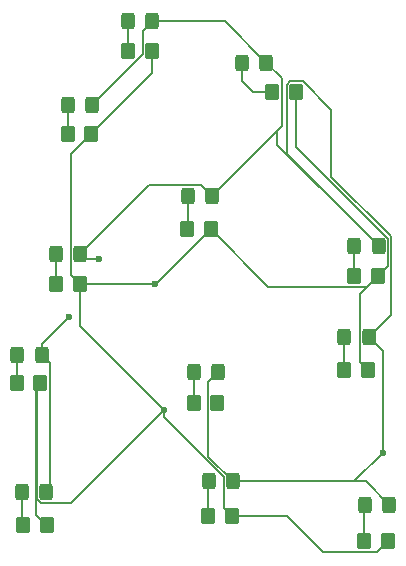
<source format=gtl>
G04 #@! TF.GenerationSoftware,KiCad,Pcbnew,7.0.1-0*
G04 #@! TF.CreationDate,2023-08-21T12:14:01+02:00*
G04 #@! TF.ProjectId,ghost,67686f73-742e-46b6-9963-61645f706362,rev?*
G04 #@! TF.SameCoordinates,Original*
G04 #@! TF.FileFunction,Copper,L1,Top*
G04 #@! TF.FilePolarity,Positive*
%FSLAX46Y46*%
G04 Gerber Fmt 4.6, Leading zero omitted, Abs format (unit mm)*
G04 Created by KiCad (PCBNEW 7.0.1-0) date 2023-08-21 12:14:01*
%MOMM*%
%LPD*%
G01*
G04 APERTURE LIST*
G04 Aperture macros list*
%AMRoundRect*
0 Rectangle with rounded corners*
0 $1 Rounding radius*
0 $2 $3 $4 $5 $6 $7 $8 $9 X,Y pos of 4 corners*
0 Add a 4 corners polygon primitive as box body*
4,1,4,$2,$3,$4,$5,$6,$7,$8,$9,$2,$3,0*
0 Add four circle primitives for the rounded corners*
1,1,$1+$1,$2,$3*
1,1,$1+$1,$4,$5*
1,1,$1+$1,$6,$7*
1,1,$1+$1,$8,$9*
0 Add four rect primitives between the rounded corners*
20,1,$1+$1,$2,$3,$4,$5,0*
20,1,$1+$1,$4,$5,$6,$7,0*
20,1,$1+$1,$6,$7,$8,$9,0*
20,1,$1+$1,$8,$9,$2,$3,0*%
G04 Aperture macros list end*
G04 #@! TA.AperFunction,SMDPad,CuDef*
%ADD10RoundRect,0.250000X-0.325000X-0.450000X0.325000X-0.450000X0.325000X0.450000X-0.325000X0.450000X0*%
G04 #@! TD*
G04 #@! TA.AperFunction,SMDPad,CuDef*
%ADD11RoundRect,0.250000X-0.350000X-0.450000X0.350000X-0.450000X0.350000X0.450000X-0.350000X0.450000X0*%
G04 #@! TD*
G04 #@! TA.AperFunction,ViaPad*
%ADD12C,0.600000*%
G04 #@! TD*
G04 #@! TA.AperFunction,Conductor*
%ADD13C,0.127000*%
G04 #@! TD*
G04 APERTURE END LIST*
D10*
X136815000Y-112160000D03*
X138865000Y-112160000D03*
X136397500Y-100560000D03*
X138447500Y-100560000D03*
D11*
X153330000Y-104620000D03*
X151330000Y-104620000D03*
X164090000Y-101850000D03*
X166090000Y-101850000D03*
X136880000Y-114980000D03*
X138880000Y-114980000D03*
D10*
X145785000Y-72320000D03*
X147835000Y-72320000D03*
D11*
X139700000Y-94580000D03*
X141700000Y-94580000D03*
X140670000Y-81850000D03*
X142670000Y-81850000D03*
X164920000Y-93860000D03*
X166920000Y-93860000D03*
D10*
X151365000Y-101980000D03*
X153415000Y-101980000D03*
D11*
X157980000Y-78330000D03*
X159980000Y-78330000D03*
D10*
X164087500Y-99020000D03*
X166137500Y-99020000D03*
X155437500Y-75820000D03*
X157487500Y-75820000D03*
X152597500Y-111280000D03*
X154647500Y-111280000D03*
D11*
X152570000Y-114180000D03*
X154570000Y-114180000D03*
X150780000Y-89940000D03*
X152780000Y-89940000D03*
D10*
X164935000Y-91360000D03*
X166985000Y-91360000D03*
X139655000Y-92020000D03*
X141705000Y-92020000D03*
D11*
X136350000Y-102970000D03*
X138350000Y-102970000D03*
X165770000Y-116290000D03*
X167770000Y-116290000D03*
D10*
X140667500Y-79430000D03*
X142717500Y-79430000D03*
D11*
X145810000Y-74850000D03*
X147810000Y-74850000D03*
D10*
X150815000Y-87090000D03*
X152865000Y-87090000D03*
X165837500Y-113250000D03*
X167887500Y-113250000D03*
D12*
X148080000Y-94580000D03*
X153340000Y-104630000D03*
X148780000Y-105230000D03*
X140770000Y-97360000D03*
X167345000Y-108830000D03*
X143320000Y-92440000D03*
D13*
X147810000Y-76710000D02*
X142670000Y-81850000D01*
X167770000Y-116290000D02*
X166827675Y-117232325D01*
X140920000Y-113090000D02*
X148780000Y-105230000D01*
X140939500Y-83580500D02*
X142670000Y-81850000D01*
X166827675Y-117232325D02*
X162260086Y-117232325D01*
X138880000Y-114980000D02*
X137989500Y-114089500D01*
X162260086Y-117232325D02*
X159207761Y-114180000D01*
X153882000Y-110902000D02*
X148780000Y-105800000D01*
X141700000Y-94580000D02*
X141700000Y-98150000D01*
X141700000Y-98150000D02*
X148780000Y-105230000D01*
X167750500Y-90727539D02*
X167750500Y-93029500D01*
X140939500Y-93819500D02*
X140939500Y-83580500D01*
X167750500Y-93029500D02*
X166920000Y-93860000D01*
X152780000Y-89940000D02*
X148140000Y-94580000D01*
X165990000Y-94790000D02*
X166920000Y-93860000D01*
X138350000Y-102970000D02*
X138099500Y-103220500D01*
X152780000Y-89940000D02*
X157630000Y-94790000D01*
X157630000Y-94790000D02*
X165990000Y-94790000D01*
X137989500Y-103330500D02*
X138350000Y-102970000D01*
X147810000Y-74850000D02*
X147810000Y-76710000D01*
X159980000Y-78330000D02*
X159980000Y-82957039D01*
X141700000Y-94580000D02*
X140939500Y-93819500D01*
X148140000Y-94580000D02*
X148080000Y-94580000D01*
X138099500Y-103220500D02*
X138099500Y-112792461D01*
X165372000Y-95408000D02*
X165990000Y-94790000D01*
X137989500Y-114089500D02*
X137989500Y-103330500D01*
X138099500Y-112792461D02*
X138397039Y-113090000D01*
X159207761Y-114180000D02*
X154570000Y-114180000D01*
X165372000Y-101132000D02*
X165372000Y-95408000D01*
X166090000Y-101850000D02*
X165372000Y-101132000D01*
X138397039Y-113090000D02*
X140920000Y-113090000D01*
X159980000Y-82957039D02*
X167750500Y-90727539D01*
X154570000Y-114180000D02*
X153882000Y-113492000D01*
X148080000Y-94580000D02*
X141700000Y-94580000D01*
X148780000Y-105800000D02*
X148780000Y-105230000D01*
X153882000Y-113492000D02*
X153882000Y-110902000D01*
X145785000Y-72320000D02*
X145785000Y-74825000D01*
X145785000Y-74825000D02*
X145810000Y-74850000D01*
X157487500Y-75820000D02*
X153987500Y-72320000D01*
X138447500Y-100560000D02*
X138447500Y-99682500D01*
X162959166Y-79791122D02*
X162959166Y-85469166D01*
X158387500Y-81567500D02*
X152865000Y-87090000D01*
X165917500Y-111280000D02*
X164895000Y-111280000D01*
X151974500Y-86199500D02*
X147525500Y-86199500D01*
X139140500Y-111884500D02*
X139140500Y-101253000D01*
X167345000Y-108830000D02*
X167345000Y-100227500D01*
X152539500Y-102855500D02*
X153415000Y-101980000D01*
X143320000Y-92440000D02*
X142125000Y-92440000D01*
X167345000Y-100227500D02*
X166137500Y-99020000D01*
X139140500Y-101253000D02*
X138447500Y-100560000D01*
X164895000Y-111280000D02*
X167345000Y-108830000D01*
X152865000Y-87090000D02*
X151974500Y-86199500D01*
X147835000Y-72320000D02*
X147019500Y-73135500D01*
X154647500Y-111280000D02*
X164895000Y-111280000D01*
X159498829Y-77388210D02*
X160556254Y-77388210D01*
X166985000Y-91360000D02*
X159189500Y-83564500D01*
X168004500Y-90514500D02*
X168004500Y-97153000D01*
X147019500Y-75128000D02*
X142717500Y-79430000D01*
X138865000Y-112160000D02*
X139140500Y-111884500D01*
X153987500Y-72320000D02*
X147835000Y-72320000D01*
X162959166Y-85469166D02*
X168004500Y-90514500D01*
X147525500Y-86199500D02*
X141705000Y-92020000D01*
X160556254Y-77388210D02*
X162959166Y-79791122D01*
X154647500Y-111280000D02*
X152539500Y-109172000D01*
X166985000Y-91360000D02*
X158387500Y-82762500D01*
X142125000Y-92440000D02*
X141705000Y-92020000D01*
X158770500Y-77103000D02*
X158770500Y-81184500D01*
X167887500Y-113250000D02*
X165917500Y-111280000D01*
X158770500Y-81184500D02*
X158387500Y-81567500D01*
X168004500Y-97153000D02*
X166137500Y-99020000D01*
X157487500Y-75820000D02*
X158770500Y-77103000D01*
X152539500Y-109172000D02*
X152539500Y-102855500D01*
X159189500Y-83564500D02*
X159189500Y-77697539D01*
X138447500Y-99682500D02*
X140770000Y-97360000D01*
X147019500Y-73135500D02*
X147019500Y-75128000D01*
X159189500Y-77697539D02*
X159498829Y-77388210D01*
X158387500Y-82762500D02*
X158387500Y-81567500D01*
X156380000Y-78320000D02*
X157970000Y-78320000D01*
X155437500Y-75820000D02*
X155437500Y-77377500D01*
X157970000Y-78320000D02*
X157980000Y-78330000D01*
X155437500Y-77377500D02*
X156380000Y-78320000D01*
X140670000Y-81850000D02*
X140667500Y-81847500D01*
X140667500Y-81847500D02*
X140667500Y-79430000D01*
X150815000Y-87090000D02*
X150815000Y-89905000D01*
X150815000Y-89905000D02*
X150780000Y-89940000D01*
X139655000Y-92020000D02*
X139655000Y-94535000D01*
X139655000Y-94535000D02*
X139700000Y-94580000D01*
X164935000Y-93845000D02*
X164920000Y-93860000D01*
X164935000Y-91360000D02*
X164935000Y-93845000D01*
X136350000Y-102970000D02*
X136397500Y-102922500D01*
X136397500Y-102922500D02*
X136397500Y-100560000D01*
X151330000Y-102015000D02*
X151365000Y-101980000D01*
X151330000Y-104620000D02*
X151330000Y-102015000D01*
X164090000Y-99022500D02*
X164087500Y-99020000D01*
X164090000Y-101850000D02*
X164090000Y-99022500D01*
X136880000Y-114980000D02*
X136815000Y-114915000D01*
X136815000Y-114915000D02*
X136815000Y-112160000D01*
X152570000Y-111307500D02*
X152597500Y-111280000D01*
X152570000Y-114180000D02*
X152570000Y-111307500D01*
X165770000Y-116290000D02*
X165770000Y-113317500D01*
X165770000Y-113317500D02*
X165837500Y-113250000D01*
M02*

</source>
